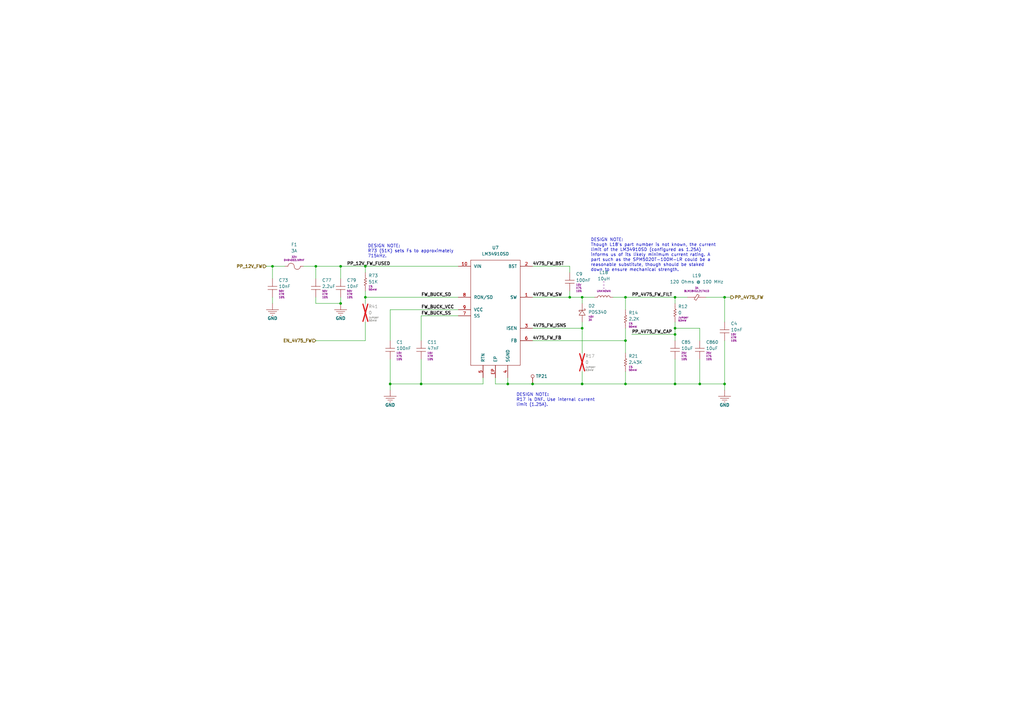
<source format=kicad_sch>
(kicad_sch (version 20231120) (generator "eeschema") (generator_version "8.0")
  (paper "A3")
  (title_block (title "iPod Video Main Board") (date "2025-04-19") (rev "A") (comment 1 "820-1975") (comment 2 "A"))
  (lib_symbols
    (symbol "820-1975:Capacitors-0201/CAP-0201-000005" (pin_numbers hide) (pin_names (offset 0) hide)
      (property "Reference" "C" (at 2.54 -3.175 0))
      (property "Value" "10nF" (at 2.54 -1.27 0))
      (property "Voltage" "10V" (at 2.54 -4.445 0))
      (property "Dielectric" "X7R" (at 2.54 -6.985 0))
      (property "Tolerance" "10%" (at 2.54 -5.715 0))
      (symbol "Capacitors-0201/CAP-0201-000005_0_1"
        (polyline (pts (xy -1.905 -4.445) (xy 1.905 -4.445)))
        (polyline (pts (xy 1.905 -3.175) (xy -1.905 -3.175)))
      )
      (symbol "Capacitors-0201/CAP-0201-000005_1_1"
        (pin passive line (at 0 0 270) (length 3.175) (name "1") (number "1"))
        (pin passive line (at 0 -7.62 90) (length 3.175) (name "2") (number "2"))
      )
    )
    (symbol "820-1975:Capacitors-0201/CAP-0201-000006" (pin_numbers hide) (pin_names (offset 0) hide)
      (property "Reference" "C" (at 2.54 -3.175 0))
      (property "Value" "100nF" (at 2.54 -1.27 0))
      (property "Voltage" "10V" (at 2.54 -4.445 0))
      (property "Dielectric" "X7S" (at 2.54 -6.985 0))
      (property "Tolerance" "10%" (at 2.54 -5.715 0))
      (symbol "Capacitors-0201/CAP-0201-000006_0_1"
        (polyline (pts (xy -1.905 -4.445) (xy 1.905 -4.445)))
        (polyline (pts (xy 1.905 -3.175) (xy -1.905 -3.175)))
      )
      (symbol "Capacitors-0201/CAP-0201-000006_1_1"
        (pin passive line (at 0 0 270) (length 3.175) (name "1") (number "1"))
        (pin passive line (at 0 -7.62 90) (length 3.175) (name "2") (number "2"))
      )
    )
    (symbol "820-1975:Capacitors-0402/CAP-0402-000001" (pin_numbers hide) (pin_names (offset 0) hide)
      (property "Reference" "C" (at 2.54 -3.175 0))
      (property "Value" "47nF" (at 2.54 -1.27 0))
      (property "Voltage" "16V" (at 2.54 -4.445 0))
      (property "Dielectric" "X7R" (at 2.54 -6.985 0))
      (property "Tolerance" "10%" (at 2.54 -5.715 0))
      (symbol "Capacitors-0402/CAP-0402-000001_0_1"
        (polyline (pts (xy -1.905 -4.445) (xy 1.905 -4.445)))
        (polyline (pts (xy 1.905 -3.175) (xy -1.905 -3.175)))
      )
      (symbol "Capacitors-0402/CAP-0402-000001_1_1"
        (pin passive line (at 0 0 270) (length 3.175) (name "1") (number "1"))
        (pin passive line (at 0 -7.62 90) (length 3.175) (name "2") (number "2"))
      )
    )
    (symbol "820-1975:Capacitors-0603/CAP-0603-000000" (pin_numbers hide) (pin_names (offset 0) hide)
      (property "Reference" "C" (at 2.54 -3.175 0))
      (property "Value" "10nF" (at 2.54 -1.27 0))
      (property "Voltage" "50V" (at 2.54 -4.445 0))
      (property "Dielectric" "X7R" (at 2.54 -6.985 0))
      (property "Tolerance" "10%" (at 2.54 -5.715 0))
      (symbol "Capacitors-0603/CAP-0603-000000_0_1"
        (polyline (pts (xy -1.905 -4.445) (xy 1.905 -4.445)))
        (polyline (pts (xy 1.905 -3.175) (xy -1.905 -3.175)))
      )
      (symbol "Capacitors-0603/CAP-0603-000000_1_1"
        (pin passive line (at 0 0 270) (length 3.175) (name "1") (number "1"))
        (pin passive line (at 0 -7.62 90) (length 3.175) (name "2") (number "2"))
      )
    )
    (symbol "820-1975:Capacitors-0805/CAP-0805-000000" (pin_numbers hide) (pin_names (offset 0) hide)
      (property "Reference" "C" (at 2.54 -3.175 0))
      (property "Value" "10uF" (at 2.54 -1.27 0))
      (property "Voltage" "25V" (at 2.54 -4.445 0))
      (property "Dielectric" "X7S" (at 2.54 -6.985 0))
      (property "Tolerance" "10%" (at 2.54 -5.715 0))
      (symbol "Capacitors-0805/CAP-0805-000000_0_1"
        (polyline (pts (xy -1.905 -4.445) (xy 1.905 -4.445)))
        (polyline (pts (xy 1.905 -3.175) (xy -1.905 -3.175)))
      )
      (symbol "Capacitors-0805/CAP-0805-000000_1_1"
        (pin passive line (at 0 0 270) (length 3.175) (name "1") (number "1"))
        (pin passive line (at 0 -7.62 90) (length 3.175) (name "2") (number "2"))
      )
    )
    (symbol "820-1975:Capacitors-1206/CAP-1206-000000" (pin_numbers hide) (pin_names (offset 0) hide)
      (property "Reference" "C" (at 2.54 -3.175 0))
      (property "Value" "2.2uF" (at 2.54 -1.27 0))
      (property "Voltage" "50V" (at 2.54 -4.445 0))
      (property "Dielectric" "X7R" (at 2.54 -6.985 0))
      (property "Tolerance" "10%" (at 2.54 -5.715 0))
      (symbol "Capacitors-1206/CAP-1206-000000_0_1"
        (polyline (pts (xy -1.905 -4.445) (xy 1.905 -4.445)))
        (polyline (pts (xy 1.905 -3.175) (xy -1.905 -3.175)))
      )
      (symbol "Capacitors-1206/CAP-1206-000000_1_1"
        (pin passive line (at 0 0 270) (length 3.175) (name "1") (number "1"))
        (pin passive line (at 0 -7.62 90) (length 3.175) (name "2") (number "2"))
      )
    )
    (symbol "820-1975:Diodes/D-000001" (pin_numbers hide) (pin_names (offset 0) hide)
      (property "Reference" "D" (at 2.54 -3.175 0))
      (property "Value" "PDS340" (at 2.54 -5.08 0))
      (property "Voltage" "40V" (at 2.54 -6.35 0))
      (property "Current" "3A" (at 2.54 -7.62 0))
      (symbol "Diodes/D-000001_0_1"
        (polyline (pts (xy -1.27 -4.826) (xy 1.27 -4.826) (xy 0 -2.921) (xy -1.27 -4.826) (xy 0 -2.921)))
        (polyline (pts (xy 0.762 -2.286) (xy 1.27 -2.286) (xy 1.27 -2.794) (xy -1.27 -2.794) (xy -1.27 -3.302) (xy -0.762 -3.302)))
      )
      (symbol "Diodes/D-000001_1_1"
        (pin passive line (at 0 -7.62 90) (length 2.794) (name "A") (number "A"))
        (pin passive line (at 0 0 270) (length 2.794) (name "K") (number "K"))
      )
    )
    (symbol "820-1975:Ferrite Beads/FB-000003" (pin_numbers hide) (pin_names (offset 0) hide)
      (property "Reference" "FB" (at 3.81 3.81 0))
      (property "Value" "120 Ohms @ 100 MHz\n" (at 3.81 -3.81 0))
      (property "Current" "3A" (at 5.08 -1.27 0))
      (property "Manufacturer Part Number" "BLM18KG121TN1D" (at 0 -7.62 0))
      (symbol "Ferrite Beads/FB-000003_0_1"
        (polyline (pts (xy 2.54 0) (xy 2.5146 0)))
        (polyline (pts (xy 2.54 0) (xy 3.2385 0)))
        (polyline (pts (xy 5.08 0) (xy 4.3815 0)))
        (polyline (pts (xy 5.08 0) (xy 5.0292 0)))
        (polyline (pts (xy 4.064 1.27) (xy 4.826 0.762) (xy 3.556 -1.27) (xy 2.794 -0.762) (xy 4.064 1.27)))
      )
      (symbol "Ferrite Beads/FB-000003_1_1"
        (pin passive line (at 0 0 0) (length 2.54) (name "1") (number "1"))
        (pin passive line (at 7.62 0 180) (length 2.54) (name "2") (number "2"))
      )
    )
    (symbol "820-1975:Fuses/FUSE-000000" (pin_numbers hide) (pin_names (offset 0) hide)
      (property "Reference" "F" (at 1.524 -1.524 0))
      (property "Value" "${Current}" (at 1.524 -3.048 0))
      (property "Voltage" "32V" (at 1.524 -4.572 0))
      (property "Manufacturer Part Number" "0494003.NRHF" (at 1.524 -5.842 0))
      (symbol "Fuses/FUSE-000000_0_1"
        (arc (start -1.2701 -5.0801) (mid -0.8981 -5.9781) (end -0.0001 -6.3501))
        (arc (start -0.0001 -3.8101) (mid -0.8981 -4.1821) (end -1.2701 -5.0801))
        (arc (start 0 -3.81) (mid 0.898 -3.438) (end 1.27 -2.54))
        (arc (start 1.27 -2.54) (mid 0.898 -1.642) (end 0 -1.27))
      )
      (symbol "Fuses/FUSE-000000_1_1"
        (pin passive line (at 0 0 270) (length 1.27) (name "1") (number "1"))
        (pin passive line (at 0 -7.62 90) (length 1.27) (name "2") (number "2"))
      )
    )
    (symbol "820-1975:ICs/IC-000002" (pin_names (offset 1.27))
      (property "Reference" "U" (at 0 3.81 0))
      (property "Value" "LM34910SD" (at 0 1.27 0))
      (symbol "ICs/IC-000002_1_1"
        (rectangle (start 0 0) (end 20.32 -43.18))
        (pin passive line (at 25.4 -15.24 180) (length 5.08) (name "SW") (number "1"))
        (pin power_in line (at -5.08 -2.54 0) (length 5.08) (name "VIN") (number "10"))
        (pin passive line (at 25.4 -2.54 180) (length 5.08) (name "BST") (number "2"))
        (pin passive line (at 25.4 -27.94 180) (length 5.08) (name "ISEN") (number "3"))
        (pin power_in line (at 15.24 -48.26 90) (length 5.08) (name "SGND") (number "4"))
        (pin power_in line (at 5.08 -48.26 90) (length 5.08) (name "RTN") (number "5"))
        (pin input line (at 25.4 -33.02 180) (length 5.08) (name "FB") (number "6"))
        (pin passive line (at -5.08 -22.86 0) (length 5.08) (name "SS") (number "7"))
        (pin input line (at -5.08 -15.24 0) (length 5.08) (name "RON/SD") (number "8"))
        (pin power_out line (at -5.08 -20.32 0) (length 5.08) (name "VCC") (number "9"))
        (pin power_in line (at 10.16 -48.26 90) (length 5.08) (name "EP") (number "EP"))
      )
    )
    (symbol "820-1975:Inductors/IND-000001" (pin_numbers hide) (pin_names (offset 0) hide)
      (property "Reference" "L" (at 1.27 -3.175 0))
      (property "Value" "10uH" (at 1.27 -1.27 0))
      (property "Current" "-" (at 1.27 -4.445 0))
      (property "DCR" "-" (at 1.27 -5.715 0))
      (property "Tolerance" "-" (at 12.7 -1.27 0))
      (symbol "Inductors/IND-000001_0_1"
        (arc (start 0 -6.35) (mid 0.449 -6.164) (end 0.635 -5.715))
        (arc (start 0 -5.08) (mid 0.449 -4.894) (end 0.635 -4.445))
        (arc (start 0 -3.81) (mid 0.449 -3.624) (end 0.635 -3.175))
        (arc (start 0 -2.54) (mid 0.449 -2.354) (end 0.635 -1.905))
        (arc (start 0.635 -5.715) (mid 0.449 -5.266) (end 0 -5.08))
        (arc (start 0.635 -4.445) (mid 0.449 -3.996) (end 0 -3.81))
        (arc (start 0.635 -3.175) (mid 0.449 -2.726) (end 0 -2.54))
        (arc (start 0.635 -1.905) (mid 0.449 -1.456) (end 0 -1.27))
      )
      (symbol "Inductors/IND-000001_1_1"
        (pin passive line (at 0 0 270) (length 1.27) (name "1") (number "1"))
        (pin passive line (at 0 -7.62 90) (length 1.27) (name "2") (number "2"))
      )
    )
    (symbol "820-1975:PCB Components/TP-000000" (pin_numbers hide) (pin_names (offset 0) hide)
      (property "Reference" "TP" (at 3.81 -5.08 0))
      (symbol "PCB Components/TP-000000_0_1"
        (circle (center 0 3.175) (radius 0.635))
      )
      (symbol "PCB Components/TP-000000_1_1"
        (pin passive line (at 0 0 90) (length 2.54) (name "1") (number "1"))
      )
    )
    (symbol "820-1975:Resistors-0201/RES-0201-000000" (pin_numbers hide) (pin_names (offset 0) hide)
      (property "Reference" "R" (at 1.27 -3.81 0))
      (property "Value" "0" (at 1.27 -1.905 0))
      (property "Tolerance" "Jumper" (at 1.27 -5.08 0))
      (property "Power" "50mW" (at 1.27 -6.35 0))
      (symbol "Resistors-0201/RES-0201-000000_0_1"
        (polyline (pts (xy 0 -1.27) (xy 0 -2.286) (xy 0.508 -2.54) (xy -0.508 -3.048) (xy 0.508 -3.556) (xy -0.508 -4.064) (xy 0.508 -4.572) (xy -0.508 -5.08) (xy 0 -5.334) (xy 0 -6.35)))
      )
      (symbol "Resistors-0201/RES-0201-000000_1_1"
        (pin passive line (at 0 0 270) (length 1.27) (name "1") (number "1"))
        (pin passive line (at 0 -7.62 90) (length 1.27) (name "2") (number "2"))
      )
    )
    (symbol "820-1975:Resistors-0201/RES-0201-000014" (pin_numbers hide) (pin_names (offset 0) hide)
      (property "Reference" "R" (at 1.27 -3.81 0))
      (property "Value" "2.2K" (at 1.27 -1.905 0))
      (property "Tolerance" "1%" (at 1.27 -5.08 0))
      (property "Power" "50mW" (at 1.27 -6.35 0))
      (symbol "Resistors-0201/RES-0201-000014_0_1"
        (polyline (pts (xy 0 -1.27) (xy 0 -2.286) (xy 0.508 -2.54) (xy -0.508 -3.048) (xy 0.508 -3.556) (xy -0.508 -4.064) (xy 0.508 -4.572) (xy -0.508 -5.08) (xy 0 -5.334) (xy 0 -6.35)))
      )
      (symbol "Resistors-0201/RES-0201-000014_1_1"
        (pin passive line (at 0 0 270) (length 1.27) (name "1") (number "1"))
        (pin passive line (at 0 -7.62 90) (length 1.27) (name "2") (number "2"))
      )
    )
    (symbol "820-1975:Resistors-0201/RES-0201-000015" (pin_numbers hide) (pin_names (offset 0) hide)
      (property "Reference" "R" (at 1.27 -3.81 0))
      (property "Value" "2.43K" (at 1.27 -1.905 0))
      (property "Tolerance" "1%" (at 1.27 -5.08 0))
      (property "Power" "50mW" (at 1.27 -6.35 0))
      (symbol "Resistors-0201/RES-0201-000015_0_1"
        (polyline (pts (xy 0 -1.27) (xy 0 -2.286) (xy 0.508 -2.54) (xy -0.508 -3.048) (xy 0.508 -3.556) (xy -0.508 -4.064) (xy 0.508 -4.572) (xy -0.508 -5.08) (xy 0 -5.334) (xy 0 -6.35)))
      )
      (symbol "Resistors-0201/RES-0201-000015_1_1"
        (pin passive line (at 0 0 270) (length 1.27) (name "1") (number "1"))
        (pin passive line (at 0 -7.62 90) (length 1.27) (name "2") (number "2"))
      )
    )
    (symbol "820-1975:Resistors-0201/RES-0201-000028" (pin_numbers hide) (pin_names (offset 0) hide)
      (property "Reference" "R" (at 1.27 -3.81 0))
      (property "Value" "51K" (at 1.27 -1.905 0))
      (property "Tolerance" "1%" (at 1.27 -5.08 0))
      (property "Power" "50mW" (at 1.27 -6.35 0))
      (symbol "Resistors-0201/RES-0201-000028_0_1"
        (polyline (pts (xy 0 -1.27) (xy 0 -2.286) (xy 0.508 -2.54) (xy -0.508 -3.048) (xy 0.508 -3.556) (xy -0.508 -4.064) (xy 0.508 -4.572) (xy -0.508 -5.08) (xy 0 -5.334) (xy 0 -6.35)))
      )
      (symbol "Resistors-0201/RES-0201-000028_1_1"
        (pin passive line (at 0 0 270) (length 1.27) (name "1") (number "1"))
        (pin passive line (at 0 -7.62 90) (length 1.27) (name "2") (number "2"))
      )
    )
    (symbol "820-1975:Resistors-0402/RES-0402-000000" (pin_numbers hide) (pin_names (offset 0) hide)
      (property "Reference" "R" (at 1.27 -3.81 0))
      (property "Value" "0" (at 1.27 -1.905 0))
      (property "Tolerance" "Jumper" (at 1.27 -5.08 0))
      (property "Power" "63mW" (at 1.27 -6.35 0))
      (symbol "Resistors-0402/RES-0402-000000_0_1"
        (polyline (pts (xy 0 -1.27) (xy 0 -2.286) (xy 0.508 -2.54) (xy -0.508 -3.048) (xy 0.508 -3.556) (xy -0.508 -4.064) (xy 0.508 -4.572) (xy -0.508 -5.08) (xy 0 -5.334) (xy 0 -6.35)))
      )
      (symbol "Resistors-0402/RES-0402-000000_1_1"
        (pin passive line (at 0 0 270) (length 1.27) (name "1") (number "1"))
        (pin passive line (at 0 -7.62 90) (length 1.27) (name "2") (number "2"))
      )
    )
    (symbol "820-1975_Symbols:GND" (power) (pin_numbers hide) (pin_names hide) (in_bom no) (on_board no)
      (property "Value" "GND" (at 0 -6.096 0))
      (symbol "GND_0_1"
        (polyline (pts (xy -2.54 -2.54) (xy 2.54 -2.54)))
        (polyline (pts (xy -1.778 -3.302) (xy 1.778 -3.302)))
        (polyline (pts (xy -1.016 -4.064) (xy 1.016 -4.064)))
        (polyline (pts (xy -0.254 -4.826) (xy 0.254 -4.826)))
      )
      (symbol "GND_1_1"
        (pin power_in line (at 0 0 270) (length 2.54) (name "GND") (number "1"))
      )
    )
  )
  (junction (at 256.54 121.92))
  (junction (at 238.76 121.92))
  (junction (at 256.54 139.7))
  (junction (at 297.18 121.92))
  (junction (at 149.86 121.92))
  (junction (at 149.86 109.22))
  (junction (at 218.44 157.48))
  (junction (at 208.28 157.48))
  (junction (at 139.7 109.22))
  (junction (at 238.76 157.48))
  (junction (at 256.54 157.48))
  (junction (at 287.02 157.48))
  (junction (at 111.76 109.22))
  (junction (at 139.7 124.46))
  (junction (at 276.86 134.62))
  (junction (at 276.86 157.48))
  (junction (at 233.68 121.92))
  (junction (at 297.18 157.48))
  (junction (at 172.72 157.48))
  (junction (at 160.02 157.48))
  (junction (at 276.86 137.16))
  (junction (at 129.54 109.22))
  (junction (at 276.86 121.92))
  (junction (at 238.76 134.62))
  (wire (pts (xy 172.72 129.54) (xy 172.72 139.7)))
  (wire (pts (xy 129.54 124.46) (xy 129.54 121.92)))
  (wire (pts (xy 208.28 157.48) (xy 218.44 157.48)))
  (wire (pts (xy 238.76 152.4) (xy 238.76 157.48)))
  (wire (pts (xy 238.76 121.92) (xy 238.76 124.46)))
  (wire (pts (xy 149.86 109.22) (xy 187.96 109.22)))
  (wire (pts (xy 160.02 147.32) (xy 160.02 157.48)))
  (wire (pts (xy 297.18 121.92) (xy 297.18 132.08)))
  (wire (pts (xy 276.86 121.92) (xy 276.86 124.46)))
  (wire (pts (xy 149.86 132.08) (xy 149.86 139.7)))
  (wire (pts (xy 139.7 124.46) (xy 129.54 124.46)))
  (wire (pts (xy 276.86 134.62) (xy 287.02 134.62)))
  (wire (pts (xy 172.72 157.48) (xy 172.72 147.32)))
  (wire (pts (xy 149.86 109.22) (xy 149.86 111.76)))
  (wire (pts (xy 160.02 127) (xy 187.96 127)))
  (wire (pts (xy 139.7 109.22) (xy 139.7 114.3)))
  (wire (pts (xy 256.54 144.78) (xy 256.54 139.7)))
  (wire (pts (xy 256.54 121.92) (xy 276.86 121.92)))
  (wire (pts (xy 149.86 121.92) (xy 187.96 121.92)))
  (wire (pts (xy 218.44 139.7) (xy 256.54 139.7)))
  (wire (pts (xy 276.86 147.32) (xy 276.86 157.48)))
  (wire (pts (xy 276.86 137.16) (xy 276.86 139.7)))
  (wire (pts (xy 129.54 109.22) (xy 139.7 109.22)))
  (wire (pts (xy 276.86 134.62) (xy 276.86 137.16)))
  (wire (pts (xy 218.44 134.62) (xy 238.76 134.62)))
  (wire (pts (xy 289.56 121.92) (xy 297.18 121.92)))
  (wire (pts (xy 256.54 157.48) (xy 238.76 157.48)))
  (wire (pts (xy 251.46 121.92) (xy 256.54 121.92)))
  (wire (pts (xy 109.22 109.22) (xy 111.76 109.22)))
  (wire (pts (xy 139.7 109.22) (xy 149.86 109.22)))
  (wire (pts (xy 139.7 121.92) (xy 139.7 124.46)))
  (wire (pts (xy 208.28 154.94) (xy 208.28 157.48)))
  (wire (pts (xy 172.72 129.54) (xy 187.96 129.54)))
  (wire (pts (xy 287.02 147.32) (xy 287.02 157.48)))
  (wire (pts (xy 276.86 157.48) (xy 287.02 157.48)))
  (wire (pts (xy 218.44 157.48) (xy 238.76 157.48)))
  (wire (pts (xy 198.12 154.94) (xy 198.12 157.48)))
  (wire (pts (xy 233.68 121.92) (xy 238.76 121.92)))
  (wire (pts (xy 297.18 157.48) (xy 297.18 160.02)))
  (wire (pts (xy 129.54 139.7) (xy 149.86 139.7)))
  (wire (pts (xy 297.18 139.7) (xy 297.18 157.48)))
  (wire (pts (xy 160.02 157.48) (xy 160.02 160.02)))
  (wire (pts (xy 111.76 109.22) (xy 116.84 109.22)))
  (wire (pts (xy 203.2 157.48) (xy 208.28 157.48)))
  (wire (pts (xy 149.86 121.92) (xy 149.86 124.46)))
  (wire (pts (xy 276.86 121.92) (xy 281.94 121.92)))
  (wire (pts (xy 276.86 134.62) (xy 276.86 132.08)))
  (wire (pts (xy 256.54 127) (xy 256.54 121.92)))
  (wire (pts (xy 218.44 109.22) (xy 233.68 109.22)))
  (wire (pts (xy 256.54 157.48) (xy 276.86 157.48)))
  (wire (pts (xy 160.02 157.48) (xy 172.72 157.48)))
  (wire (pts (xy 149.86 121.92) (xy 149.86 119.38)))
  (wire (pts (xy 256.54 134.62) (xy 256.54 139.7)))
  (wire (pts (xy 238.76 144.78) (xy 238.76 134.62)))
  (wire (pts (xy 256.54 152.4) (xy 256.54 157.48)))
  (wire (pts (xy 129.54 109.22) (xy 129.54 114.3)))
  (wire (pts (xy 297.18 121.92) (xy 299.72 121.92)))
  (wire (pts (xy 218.44 121.92) (xy 233.68 121.92)))
  (wire (pts (xy 111.76 121.92) (xy 111.76 124.46)))
  (wire (pts (xy 111.76 109.22) (xy 111.76 114.3)))
  (wire (pts (xy 233.68 109.22) (xy 233.68 111.76)))
  (wire (pts (xy 287.02 139.7) (xy 287.02 134.62)))
  (wire (pts (xy 259.08 137.16) (xy 276.86 137.16)))
  (wire (pts (xy 124.46 109.22) (xy 129.54 109.22)))
  (wire (pts (xy 297.18 157.48) (xy 287.02 157.48)))
  (wire (pts (xy 160.02 127) (xy 160.02 139.7)))
  (wire (pts (xy 238.76 132.08) (xy 238.76 134.62)))
  (wire (pts (xy 203.2 154.94) (xy 203.2 157.48)))
  (wire (pts (xy 198.12 157.48) (xy 172.72 157.48)))
  (wire (pts (xy 238.76 121.92) (xy 243.84 121.92)))
  (wire (pts (xy 233.68 119.38) (xy 233.68 121.92)))
  (text_box "DESIGN NOTE:\nR73 (${59b2a6d6-8549-46b2-b6db-499c0702fbbb:VALUE}) sets Fs to approximately 715kHz." (at 149.86 99.06 0) (size 38.1 5.08) (stroke (width -0.0001)) (effects (font (size 1.27 1.27)) (justify left top)))
  (text_box "DESIGN NOTE:\nR17 is DNF. Use internal current limit (1.25A)." (at 210.82 160.02 0) (size 38.1 5.08) (stroke (width -0.0001)) (effects (font (size 1.27 1.27)) (justify left top)))
  (text_box "DESIGN NOTE:\nThough L18's part number is not known, the current limit of the LM34910SD (configured as 1.25A) informs us of its likely minimum current rating. A part such as the SPM5020T-100M-LR could be a reasonable substitute, though should be staked down to ensure mechanical strength. " (at 241.3 96.52 0) (size 53.34 15.24) (stroke (width -0.0001)) (effects (font (size 1.27 1.27)) (justify left top)))
  (label "4V75_FW_SW" (at 218.44 121.92 0) (effects (font (thickness 0.254) (bold yes))))
  (label "4V75_FW_ISNS" (at 218.44 134.62 0) (effects (font (thickness 0.254) (bold yes))))
  (label "FW_BUCK_SD" (at 172.72 121.92 0) (effects (font (thickness 0.254) (bold yes))))
  (label "PP_12V_FW_FUSED" (at 142.24 109.22 0) (effects (font (thickness 0.254) (bold yes))))
  (label "FW_BUCK_SS" (at 172.72 129.54 0) (effects (font (thickness 0.254) (bold yes))))
  (label "PP_4V75_FW_CAP" (at 259.08 137.16 0) (effects (font (thickness 0.254) (bold yes))))
  (label "FW_BUCK_VCC" (at 172.72 127 0) (effects (font (thickness 0.254) (bold yes))))
  (label "4V75_FW_BST" (at 218.44 109.22 0) (effects (font (thickness 0.254) (bold yes))))
  (label "PP_4V75_FW_FILT" (at 259.08 121.92 0) (effects (font (thickness 0.254) (bold yes))))
  (label "4V75_FW_FB" (at 218.44 139.7 0) (effects (font (thickness 0.254) (bold yes))))
  (hierarchical_label "PP_12V_FW" (shape input) (at 109.22 109.22 180) (effects (font (bold yes))))
  (hierarchical_label "PP_4V75_FW" (shape output) (at 299.72 121.92 0) (effects (font (bold yes))))
  (hierarchical_label "EN_4V75_FW" (shape input) (at 129.54 139.7 180) (effects (font (thickness 0.254) (bold yes))))
  (symbol (lib_id "820-1975:Inductors/IND-000001") (at 243.84 121.92 90) (unit 1)
    (property "Reference" "L18" (at 247.65 111.76 90))
    (property "Value" "10uH" (at 247.65 114.3 90))
    (property "Footprint" "820-1975_Footprints:SUMIDA-UNKNOWN" (effects (hide yes)))
    (property "Datasheet" "-" (effects (hide yes)))
    (property "Description" "IND 10UH UNKNOWN" (effects (hide yes)))
    (property "Current" "-" (at 247.65 115.57 90) (effects (font (size 0.762 0.762))))
    (property "DCR" "-" (at 247.65 116.84 90) (effects (font (size 0.762 0.762))))
    (property "Tolerance" "-" (at 247.65 118.11 90) (effects (font (size 0.762 0.762))))
    (property "Manufacturer" "Sumida" (effects (hide yes)))
    (property "Manufacturer Part Number" "UNKNOWN" (at 247.65 119.38 90) (effects (font (size 0.762 0.762))))
  )
  (symbol (lib_id "820-1975:Resistors-0402/RES-0402-000000") (at 238.76 144.78 0) (unit 1) (dnp yes)
    (property "Reference" "R17" (at 240.03 146.05 0) (effects (justify left)))
    (property "Value" "0" (at 240.03 148.59 0) (effects (justify left)))
    (property "Footprint" "820-1975_Footprints:RES-0402" (effects (hide yes)))
    (property "Tolerance" "Jumper" (at 240.03 150.495 0) (effects (font (size 0.762 0.762)) (justify left)))
    (property "Power" "63mW" (at 240.03 151.765 0) (effects (font (size 0.762 0.762)) (justify left)))
    (property "Manufacturer" "Vishay Dale" (effects (hide yes)))
    (property "Manufacturer Part Number" "CRCW04020000Z0ED" (effects (hide yes)))
  )
  (symbol (lib_id "820-1975:ICs/IC-000002") (at 193.04 106.68 0) (unit 1)
    (property "Reference" "U7" (at 203.2 101.6 0))
    (property "Value" "LM34910SD" (at 203.2 104.14 0))
    (property "Footprint" "820-1975_Footprints:DPR0010A" (effects (hide yes)))
    (property "Datasheet" "https://www.ti.com/lit/ds/symlink/lm34910.pdf" (effects (hide yes)))
    (property "Manufacturer" "Texas Instruments" (effects (hide yes)))
    (property "Manufacturer Part Number" "LM34910SD" (effects (hide yes)))
  )
  (symbol (lib_id "820-1975:Fuses/FUSE-000000") (at 116.84 109.22 90) (unit 1)
    (property "Reference" "F1" (at 120.65 100.33 90))
    (property "Value" "${Current}" (at 120.65 102.87 90))
    (property "Footprint" "820-1975_Footprints:FUSE-0603" (effects (hide yes)))
    (property "Datasheet" "https://www.littelfuse.com/media?resourcetype=datasheets&itemid=b5710823-eec1-4de2-ab22-c9f93a53cc8f&filename=littelfuse_fuse_494_datasheet.pdf" (effects (hide yes)))
    (property "Description" "FUSE 3A 32V FAST 0494003.NRHF" (effects (hide yes)))
    (property "Voltage" "32V" (at 120.65 105.41 90) (effects (font (size 0.762 0.762))))
    (property "Current" "3A" (effects (hide yes)))
    (property "Manufacturer" "Littelfuse Inc." (effects (hide yes)))
    (property "Manufacturer Part Number" "0494003.NRHF" (at 120.65 106.68 90) (effects (font (size 0.762 0.762))))
  )
  (symbol (lib_id "820-1975:Capacitors-0201/CAP-0201-000006") (at 160.02 139.7 0) (unit 1)
    (property "Reference" "C1" (at 162.56 140.335 0) (effects (justify left)))
    (property "Value" "100nF" (at 162.56 142.875 0) (effects (justify left)))
    (property "Footprint" "820-1975_Footprints:MLCC-0201" (effects (hide yes)))
    (property "Voltage" "10V" (at 162.56 144.78 0) (effects (font (size 0.762 0.762)) (justify left)))
    (property "Dielectric" "X7S" (at 162.56 146.05 0) (effects (font (size 0.762 0.762)) (justify left)))
    (property "Tolerance" "10%" (at 162.56 147.32 0) (effects (font (size 0.762 0.762)) (justify left)))
    (property "Manufacturer" "Murata" (effects (hide yes)))
    (property "Manufacturer Part Number" "GRM033C71A104KE14D" (effects (hide yes)))
  )
  (symbol (lib_id "820-1975:Capacitors-0201/CAP-0201-000005") (at 297.18 132.08 0) (unit 1)
    (property "Reference" "C4" (at 299.72 132.715 0) (effects (justify left)))
    (property "Value" "10nF" (at 299.72 135.255 0) (effects (justify left)))
    (property "Footprint" "820-1975_Footprints:MLCC-0201" (effects (hide yes)))
    (property "Voltage" "10V" (at 299.72 137.16 0) (effects (font (size 0.762 0.762)) (justify left)))
    (property "Dielectric" "X7R" (at 299.72 138.43 0) (effects (font (size 0.762 0.762)) (justify left)))
    (property "Tolerance" "10%" (at 299.72 139.7 0) (effects (font (size 0.762 0.762)) (justify left)))
    (property "Manufacturer" "Murata" (effects (hide yes)))
    (property "Manufacturer Part Number" "GRM033R71A103KA01D" (effects (hide yes)))
  )
  (symbol (lib_id "820-1975_Symbols:GND") (at 139.7 124.46 0) (unit 1) (in_bom no) (on_board no)
    (property "Reference" "#PWR023" (effects (hide yes)))
    (property "Value" "GND" (at 139.7 130.556 0) (effects (font (bold yes))))
    (property "Description" "Ground Symbol" (effects (hide yes)))
  )
  (symbol (lib_id "820-1975:Capacitors-1206/CAP-1206-000000") (at 129.54 114.3 0) (unit 1)
    (property "Reference" "C77" (at 132.08 114.935 0) (effects (justify left)))
    (property "Value" "2.2uF" (at 132.08 117.475 0) (effects (justify left)))
    (property "Footprint" "820-1975_Footprints:MLCC-1206" (effects (hide yes)))
    (property "Description" "CAP CER 2.2UF 50V 1206 X7R 10%" (effects (hide yes)))
    (property "Voltage" "50V" (at 132.08 119.38 0) (effects (font (size 0.762 0.762)) (justify left)))
    (property "Dielectric" "X7R" (at 132.08 120.65 0) (effects (font (size 0.762 0.762)) (justify left)))
    (property "Tolerance" "10%" (at 132.08 121.92 0) (effects (font (size 0.762 0.762)) (justify left)))
    (property "Manufacturer" "Murata" (effects (hide yes)))
    (property "Manufacturer Part Number" "GCM31CR71H225KA55L" (effects (hide yes)))
  )
  (symbol (lib_id "820-1975:Ferrite Beads/FB-000003") (at 281.94 121.92 0) (unit 1)
    (property "Reference" "L19" (at 285.7373 113.03 0))
    (property "Value" "120 Ohms @ 100 MHz" (at 285.7373 115.57 0))
    (property "Footprint" "820-1975_Footprints:FB-0603" (effects (hide yes)))
    (property "Datasheet" "https://www.murata.com/products/productdata/8796738650142/ENFA0003.pdf" (effects (hide yes)))
    (property "Description" "FB 120 OHM 3A BLM18KG121TN1D" (effects (hide yes)))
    (property "Current" "3A" (at 285.7373 118.11 0) (effects (font (size 0.762 0.762))))
    (property "DCR" "30mOhm" (effects (hide yes)))
    (property "Impedance" "120 Ohms @ 100 MHz\n" (effects (hide yes)))
    (property "Manufacturer" "Murata Electronics" (effects (hide yes)))
    (property "Manufacturer Part Number" "BLM18KG121TN1D" (at 285.7373 119.38 0) (effects (font (size 0.762 0.762))))
  )
  (symbol (lib_id "820-1975_Symbols:GND") (at 297.18 160.02 0) (unit 1) (in_bom no) (on_board no)
    (property "Reference" "#PWR020" (effects (hide yes)))
    (property "Value" "GND" (at 297.18 166.116 0) (effects (font (bold yes))))
    (property "Description" "Ground Symbol" (effects (hide yes)))
  )
  (symbol (lib_id "820-1975:Resistors-0201/RES-0201-000028") (at 149.86 111.76 0) (unit 1)
    (property "Reference" "R73" (at 151.13 113.03 0) (effects (justify left)))
    (property "Value" "51K" (at 151.13 115.57 0) (effects (justify left)))
    (property "Footprint" "820-1975_Footprints:RES-0201" (effects (hide yes)))
    (property "Tolerance" "1%" (at 151.13 117.475 0) (effects (font (size 0.762 0.762)) (justify left)))
    (property "Power" "50mW" (at 151.13 118.745 0) (effects (font (size 0.762 0.762)) (justify left)))
    (property "Manufacturer" "Vishay Dale" (effects (hide yes)))
    (property "Manufacturer Part Number" "CRCW020151K0FNED" (effects (hide yes)))
  )
  (symbol (lib_id "820-1975:PCB Components/TP-000000") (at 218.44 157.48 0) (unit 1)
    (property "Reference" "TP21" (at 219.71 154.305 0) (effects (justify left)))
    (property "Value" "TP" (effects (hide yes)))
    (property "Footprint" "820-1975_Footprints:TP-SMT" (effects (hide yes)))
    (property "Description" "TESTPOINT SMT" (effects (hide yes)))
  )
  (symbol (lib_id "820-1975:Capacitors-0805/CAP-0805-000000") (at 287.02 139.7 0) (unit 1)
    (property "Reference" "C860" (at 289.56 140.335 0) (effects (justify left)))
    (property "Value" "10uF" (at 289.56 142.875 0) (effects (justify left)))
    (property "Footprint" "820-1975_Footprints:MLCC-0805" (effects (hide yes)))
    (property "Voltage" "25V" (at 289.56 144.78 0) (effects (font (size 0.762 0.762)) (justify left)))
    (property "Dielectric" "X7S" (at 289.56 146.05 0) (effects (font (size 0.762 0.762)) (justify left)))
    (property "Tolerance" "10%" (at 289.56 147.32 0) (effects (font (size 0.762 0.762)) (justify left)))
    (property "Manufacturer" "Murata" (effects (hide yes)))
    (property "Manufacturer Part Number" "GRM21BC71E106KE11L" (effects (hide yes)))
  )
  (symbol (lib_id "820-1975:Capacitors-0603/CAP-0603-000000") (at 139.7 114.3 0) (unit 1)
    (property "Reference" "C79" (at 142.24 114.935 0) (effects (justify left)))
    (property "Value" "10nF" (at 142.24 117.475 0) (effects (justify left)))
    (property "Footprint" "820-1975_Footprints:MLCC-0603" (effects (hide yes)))
    (property "Voltage" "50V" (at 142.24 119.38 0) (effects (font (size 0.762 0.762)) (justify left)))
    (property "Dielectric" "X7R" (at 142.24 120.65 0) (effects (font (size 0.762 0.762)) (justify left)))
    (property "Tolerance" "10%" (at 142.24 121.92 0) (effects (font (size 0.762 0.762)) (justify left)))
    (property "Manufacturer" "Murata" (effects (hide yes)))
    (property "Manufacturer Part Number" "GCM188R71H103KA37D" (effects (hide yes)))
  )
  (symbol (lib_id "820-1975:Resistors-0201/RES-0201-000000") (at 149.86 124.46 0) (unit 1) (dnp yes)
    (property "Reference" "R41" (at 151.13 125.73 0) (effects (justify left)))
    (property "Value" "0" (at 151.13 128.27 0) (effects (justify left)))
    (property "Footprint" "820-1975_Footprints:RES-0201" (effects (hide yes)))
    (property "Tolerance" "Jumper" (at 151.13 130.175 0) (effects (font (size 0.762 0.762)) (justify left)))
    (property "Power" "50mW" (at 151.13 131.445 0) (effects (font (size 0.762 0.762)) (justify left)))
    (property "Manufacturer" "Vishay Dale" (effects (hide yes)))
    (property "Manufacturer Part Number" "CRCW02010000Z0ED" (effects (hide yes)))
  )
  (symbol (lib_id "820-1975:Diodes/D-000001") (at 238.76 124.46 0) (unit 1)
    (property "Reference" "D2" (at 241.3 125.476 0) (effects (justify left)))
    (property "Value" "PDS340" (at 241.3 128.016 0) (effects (justify left)))
    (property "Footprint" "820-1975_Footprints:PowerDI-5" (effects (hide yes)))
    (property "Datasheet" "https://www.diodes.com/assets/Datasheets/ds30478.pdf" (effects (hide yes)))
    (property "Voltage" "40V" (at 241.3 129.921 0) (effects (font (size 0.762 0.762)) (justify left)))
    (property "Current" "3A" (at 241.3 131.191 0) (effects (font (size 0.762 0.762)) (justify left)))
    (property "Manufacturer" "Diodes Incorporated" (effects (hide yes)))
    (property "Manufacturer Part Number" "PDS340" (effects (hide yes)))
    (property "Type" "Schottky" (effects (hide yes)))
  )
  (symbol (lib_id "820-1975:Capacitors-0402/CAP-0402-000001") (at 172.72 139.7 0) (unit 1)
    (property "Reference" "C11" (at 175.26 140.335 0) (effects (justify left)))
    (property "Value" "47nF" (at 175.26 142.875 0) (effects (justify left)))
    (property "Footprint" "820-1975_Footprints:MLCC-0402" (effects (hide yes)))
    (property "Voltage" "16V" (at 175.26 144.78 0) (effects (font (size 0.762 0.762)) (justify left)))
    (property "Dielectric" "X7R" (at 175.26 146.05 0) (effects (font (size 0.762 0.762)) (justify left)))
    (property "Tolerance" "10%" (at 175.26 147.32 0) (effects (font (size 0.762 0.762)) (justify left)))
    (property "Manufacturer" "Murata" (effects (hide yes)))
    (property "Manufacturer Part Number" "GCM155R71C473KA37D" (effects (hide yes)))
  )
  (symbol (lib_id "820-1975:Capacitors-0201/CAP-0201-000006") (at 233.68 111.76 0) (unit 1)
    (property "Reference" "C9" (at 236.22 112.395 0) (effects (justify left)))
    (property "Value" "100nF" (at 236.22 114.935 0) (effects (justify left)))
    (property "Footprint" "820-1975_Footprints:MLCC-0201" (effects (hide yes)))
    (property "Voltage" "10V" (at 236.22 116.84 0) (effects (font (size 0.762 0.762)) (justify left)))
    (property "Dielectric" "X7S" (at 236.22 118.11 0) (effects (font (size 0.762 0.762)) (justify left)))
    (property "Tolerance" "10%" (at 236.22 119.38 0) (effects (font (size 0.762 0.762)) (justify left)))
    (property "Manufacturer" "Murata" (effects (hide yes)))
    (property "Manufacturer Part Number" "GRM033C71A104KE14D" (effects (hide yes)))
  )
  (symbol (lib_id "820-1975_Symbols:GND") (at 111.76 124.46 0) (unit 1) (in_bom no) (on_board no)
    (property "Reference" "#PWR024" (effects (hide yes)))
    (property "Value" "GND" (at 111.76 130.556 0) (effects (font (bold yes))))
    (property "Description" "Ground Symbol" (effects (hide yes)))
  )
  (symbol (lib_id "820-1975:Capacitors-0603/CAP-0603-000000") (at 111.76 114.3 0) (unit 1)
    (property "Reference" "C73" (at 114.3 114.935 0) (effects (justify left)))
    (property "Value" "10nF" (at 114.3 117.475 0) (effects (justify left)))
    (property "Footprint" "820-1975_Footprints:MLCC-0603" (effects (hide yes)))
    (property "Voltage" "50V" (at 114.3 119.38 0) (effects (font (size 0.762 0.762)) (justify left)))
    (property "Dielectric" "X7R" (at 114.3 120.65 0) (effects (font (size 0.762 0.762)) (justify left)))
    (property "Tolerance" "10%" (at 114.3 121.92 0) (effects (font (size 0.762 0.762)) (justify left)))
    (property "Manufacturer" "Murata" (effects (hide yes)))
    (property "Manufacturer Part Number" "GCM188R71H103KA37D" (effects (hide yes)))
  )
  (symbol (lib_id "820-1975:Capacitors-0805/CAP-0805-000000") (at 276.86 139.7 0) (unit 1)
    (property "Reference" "C85" (at 279.4 140.335 0) (effects (justify left)))
    (property "Value" "10uF" (at 279.4 142.875 0) (effects (justify left)))
    (property "Footprint" "820-1975_Footprints:MLCC-0805" (effects (hide yes)))
    (property "Voltage" "25V" (at 279.4 144.78 0) (effects (font (size 0.762 0.762)) (justify left)))
    (property "Dielectric" "X7S" (at 279.4 146.05 0) (effects (font (size 0.762 0.762)) (justify left)))
    (property "Tolerance" "10%" (at 279.4 147.32 0) (effects (font (size 0.762 0.762)) (justify left)))
    (property "Manufacturer" "Murata" (effects (hide yes)))
    (property "Manufacturer Part Number" "GRM21BC71E106KE11L" (effects (hide yes)))
  )
  (symbol (lib_id "820-1975_Symbols:GND") (at 160.02 160.02 0) (unit 1) (in_bom no) (on_board no)
    (property "Reference" "#PWR022" (effects (hide yes)))
    (property "Value" "GND" (at 160.02 166.116 0) (effects (font (bold yes))))
    (property "Description" "Ground Symbol" (effects (hide yes)))
  )
  (symbol (lib_id "820-1975:Resistors-0402/RES-0402-000000") (at 276.86 124.46 0) (unit 1)
    (property "Reference" "R12" (at 278.13 125.73 0) (effects (justify left)))
    (property "Value" "0" (at 278.13 128.27 0) (effects (justify left)))
    (property "Footprint" "820-1975_Footprints:RES-0402" (effects (hide yes)))
    (property "Tolerance" "Jumper" (at 278.13 130.175 0) (effects (font (size 0.762 0.762)) (justify left)))
    (property "Power" "63mW" (at 278.13 131.445 0) (effects (font (size 0.762 0.762)) (justify left)))
    (property "Manufacturer" "Vishay Dale" (effects (hide yes)))
    (property "Manufacturer Part Number" "CRCW04020000Z0ED" (effects (hide yes)))
  )
  (symbol (lib_id "820-1975:Resistors-0201/RES-0201-000014") (at 256.54 127 0) (unit 1)
    (property "Reference" "R14" (at 257.81 128.27 0) (effects (justify left)))
    (property "Value" "2.2K" (at 257.81 130.81 0) (effects (justify left)))
    (property "Footprint" "820-1975_Footprints:RES-0201" (effects (hide yes)))
    (property "Tolerance" "1%" (at 257.81 132.715 0) (effects (font (size 0.762 0.762)) (justify left)))
    (property "Power" "50mW" (at 257.81 133.985 0) (effects (font (size 0.762 0.762)) (justify left)))
    (property "Manufacturer" "Vishay Dale" (effects (hide yes)))
    (property "Manufacturer Part Number" "CRCW02012K20FNED" (effects (hide yes)))
  )
  (symbol (lib_id "820-1975:Resistors-0201/RES-0201-000015") (at 256.54 144.78 0) (unit 1)
    (property "Reference" "R21" (at 257.81 146.05 0) (effects (justify left)))
    (property "Value" "2.43K" (at 257.81 148.59 0) (effects (justify left)))
    (property "Footprint" "820-1975_Footprints:RES-0201" (effects (hide yes)))
    (property "Tolerance" "1%" (at 257.81 150.495 0) (effects (font (size 0.762 0.762)) (justify left)))
    (property "Power" "50mW" (at 257.81 151.765 0) (effects (font (size 0.762 0.762)) (justify left)))
    (property "Manufacturer" "Vishay Dale" (effects (hide yes)))
    (property "Manufacturer Part Number" "CRCW02012K43FNED" (effects (hide yes)))
  )
)
</source>
